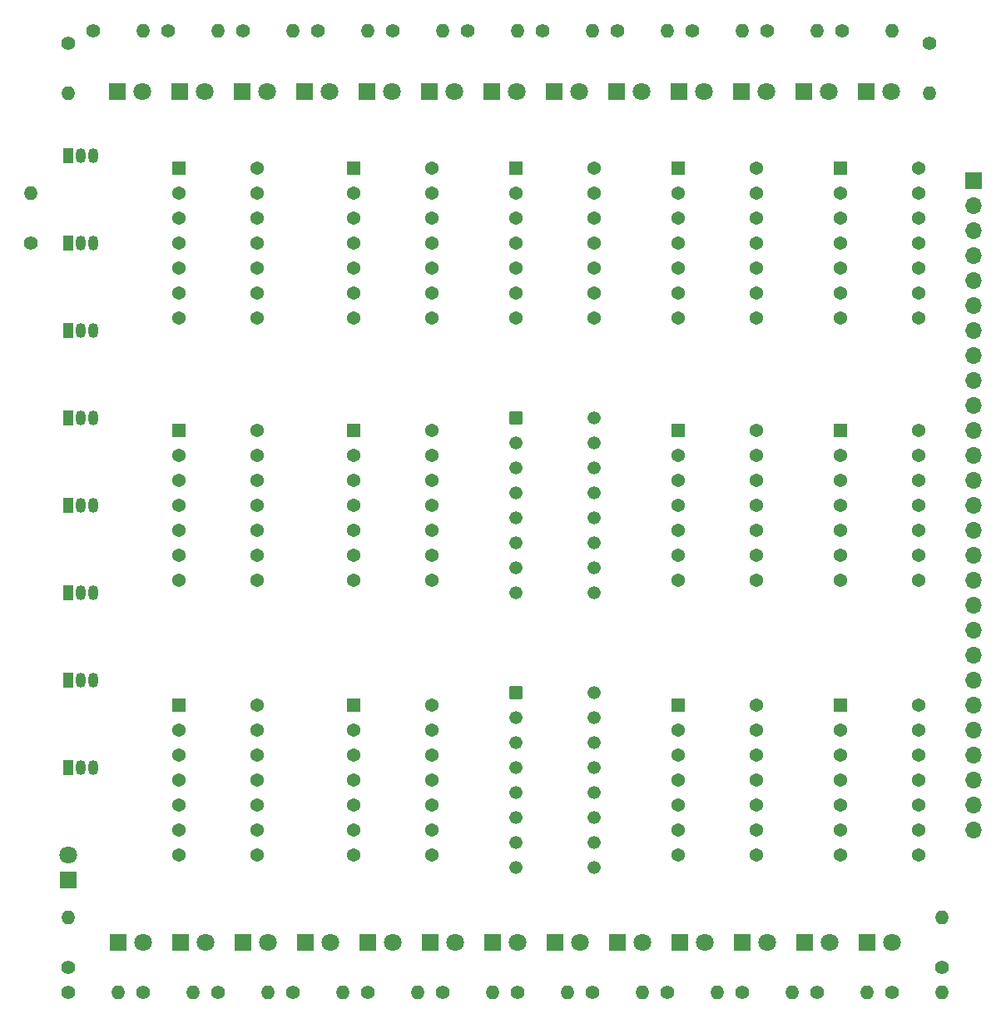
<source format=gbs>
%TF.GenerationSoftware,KiCad,Pcbnew,(6.0.9)*%
%TF.CreationDate,2025-06-05T13:51:01-04:00*%
%TF.ProjectId,ShiftRegisterPrototypeV2,53686966-7452-4656-9769-737465725072,V2*%
%TF.SameCoordinates,Original*%
%TF.FileFunction,Soldermask,Bot*%
%TF.FilePolarity,Negative*%
%FSLAX46Y46*%
G04 Gerber Fmt 4.6, Leading zero omitted, Abs format (unit mm)*
G04 Created by KiCad (PCBNEW (6.0.9)) date 2025-06-05 13:51:01*
%MOMM*%
%LPD*%
G01*
G04 APERTURE LIST*
G04 Aperture macros list*
%AMRoundRect*
0 Rectangle with rounded corners*
0 $1 Rounding radius*
0 $2 $3 $4 $5 $6 $7 $8 $9 X,Y pos of 4 corners*
0 Add a 4 corners polygon primitive as box body*
4,1,4,$2,$3,$4,$5,$6,$7,$8,$9,$2,$3,0*
0 Add four circle primitives for the rounded corners*
1,1,$1+$1,$2,$3*
1,1,$1+$1,$4,$5*
1,1,$1+$1,$6,$7*
1,1,$1+$1,$8,$9*
0 Add four rect primitives between the rounded corners*
20,1,$1+$1,$2,$3,$4,$5,0*
20,1,$1+$1,$4,$5,$6,$7,0*
20,1,$1+$1,$6,$7,$8,$9,0*
20,1,$1+$1,$8,$9,$2,$3,0*%
G04 Aperture macros list end*
%ADD10RoundRect,0.102000X-0.585000X-0.585000X0.585000X-0.585000X0.585000X0.585000X-0.585000X0.585000X0*%
%ADD11C,1.374000*%
%ADD12R,1.050000X1.500000*%
%ADD13O,1.050000X1.500000*%
%ADD14R,1.800000X1.800000*%
%ADD15C,1.800000*%
%ADD16C,1.400000*%
%ADD17O,1.400000X1.400000*%
%ADD18RoundRect,0.102000X-0.565000X-0.565000X0.565000X-0.565000X0.565000X0.565000X-0.565000X0.565000X0*%
%ADD19C,1.334000*%
%ADD20R,1.700000X1.700000*%
%ADD21O,1.700000X1.700000*%
G04 APERTURE END LIST*
D10*
%TO.C,U3*%
X157955000Y-56700000D03*
D11*
X157955000Y-59240000D03*
X157955000Y-61780000D03*
X157955000Y-64320000D03*
X157955000Y-66860000D03*
X157955000Y-69400000D03*
X157955000Y-71940000D03*
X165895000Y-71940000D03*
X165895000Y-69400000D03*
X165895000Y-66860000D03*
X165895000Y-64320000D03*
X165895000Y-61780000D03*
X165895000Y-59240000D03*
X165895000Y-56700000D03*
%TD*%
D10*
%TO.C,U12*%
X141445000Y-111310000D03*
D11*
X141445000Y-113850000D03*
X141445000Y-116390000D03*
X141445000Y-118930000D03*
X141445000Y-121470000D03*
X141445000Y-124010000D03*
X141445000Y-126550000D03*
X149385000Y-126550000D03*
X149385000Y-124010000D03*
X149385000Y-121470000D03*
X149385000Y-118930000D03*
X149385000Y-116390000D03*
X149385000Y-113850000D03*
X149385000Y-111310000D03*
%TD*%
D12*
%TO.C,Q7*%
X112395000Y-73210000D03*
D13*
X113665000Y-73210000D03*
X114935000Y-73210000D03*
%TD*%
D10*
%TO.C,U4*%
X174465000Y-56700000D03*
D11*
X174465000Y-59240000D03*
X174465000Y-61780000D03*
X174465000Y-64320000D03*
X174465000Y-66860000D03*
X174465000Y-69400000D03*
X174465000Y-71940000D03*
X182405000Y-71940000D03*
X182405000Y-69400000D03*
X182405000Y-66860000D03*
X182405000Y-64320000D03*
X182405000Y-61780000D03*
X182405000Y-59240000D03*
X182405000Y-56700000D03*
%TD*%
D12*
%TO.C,Q4*%
X112395000Y-90990000D03*
D13*
X113665000Y-90990000D03*
X114935000Y-90990000D03*
%TD*%
D14*
%TO.C,D12*%
X149108465Y-48890000D03*
D15*
X151648465Y-48890000D03*
%TD*%
D14*
%TO.C,D16*%
X161808465Y-48890000D03*
D15*
X164348465Y-48890000D03*
%TD*%
D10*
%TO.C,U7*%
X174465000Y-83370000D03*
D11*
X174465000Y-85910000D03*
X174465000Y-88450000D03*
X174465000Y-90990000D03*
X174465000Y-93530000D03*
X174465000Y-96070000D03*
X174465000Y-98610000D03*
X182405000Y-98610000D03*
X182405000Y-96070000D03*
X182405000Y-93530000D03*
X182405000Y-90990000D03*
X182405000Y-88450000D03*
X182405000Y-85910000D03*
X182405000Y-83370000D03*
%TD*%
D10*
%TO.C,U10*%
X123665000Y-83370000D03*
D11*
X123665000Y-85910000D03*
X123665000Y-88450000D03*
X123665000Y-90990000D03*
X123665000Y-93530000D03*
X123665000Y-96070000D03*
X123665000Y-98610000D03*
X131605000Y-98610000D03*
X131605000Y-96070000D03*
X131605000Y-93530000D03*
X131605000Y-90990000D03*
X131605000Y-88450000D03*
X131605000Y-85910000D03*
X131605000Y-83370000D03*
%TD*%
D16*
%TO.C,R11*%
X142875000Y-140520000D03*
D17*
X147955000Y-140520000D03*
%TD*%
D14*
%TO.C,D22*%
X180858465Y-48890000D03*
D15*
X183398465Y-48890000D03*
%TD*%
D16*
%TO.C,R10*%
X137795000Y-42730000D03*
D17*
X142875000Y-42730000D03*
%TD*%
D14*
%TO.C,D9*%
X136525000Y-135440000D03*
D15*
X139065000Y-135440000D03*
%TD*%
D16*
%TO.C,R6*%
X122555000Y-42730000D03*
D17*
X127635000Y-42730000D03*
%TD*%
D14*
%TO.C,D21*%
X174625000Y-135440000D03*
D15*
X177165000Y-135440000D03*
%TD*%
D16*
%TO.C,R5*%
X120015000Y-140520000D03*
D17*
X125095000Y-140520000D03*
%TD*%
D12*
%TO.C,Q1*%
X112395000Y-117660000D03*
D13*
X113665000Y-117660000D03*
X114935000Y-117660000D03*
%TD*%
D16*
%TO.C,R1*%
X112395000Y-137980000D03*
D17*
X112395000Y-132900000D03*
%TD*%
D14*
%TO.C,D5*%
X123825000Y-135440000D03*
D15*
X126365000Y-135440000D03*
%TD*%
D14*
%TO.C,D3*%
X117475000Y-135440000D03*
D15*
X120015000Y-135440000D03*
%TD*%
D10*
%TO.C,U1*%
X123665000Y-56700000D03*
D11*
X123665000Y-59240000D03*
X123665000Y-61780000D03*
X123665000Y-64320000D03*
X123665000Y-66860000D03*
X123665000Y-69400000D03*
X123665000Y-71940000D03*
X131605000Y-71940000D03*
X131605000Y-69400000D03*
X131605000Y-66860000D03*
X131605000Y-64320000D03*
X131605000Y-61780000D03*
X131605000Y-59240000D03*
X131605000Y-56700000D03*
%TD*%
D16*
%TO.C,R27*%
X201295000Y-137980000D03*
D17*
X201295000Y-132900000D03*
%TD*%
D16*
%TO.C,R2*%
X112395000Y-44000000D03*
D17*
X112395000Y-49080000D03*
%TD*%
D14*
%TO.C,D4*%
X123708465Y-48890000D03*
D15*
X126248465Y-48890000D03*
%TD*%
D18*
%TO.C,U8*%
X157955000Y-82100000D03*
D19*
X157955000Y-84640000D03*
X157955000Y-87180000D03*
X157955000Y-89720000D03*
X157955000Y-92260000D03*
X157955000Y-94800000D03*
X157955000Y-97340000D03*
X157955000Y-99880000D03*
X165895000Y-99880000D03*
X165895000Y-97340000D03*
X165895000Y-94800000D03*
X165895000Y-92260000D03*
X165895000Y-89720000D03*
X165895000Y-87180000D03*
X165895000Y-84640000D03*
X165895000Y-82100000D03*
%TD*%
D14*
%TO.C,D10*%
X142758465Y-48890000D03*
D15*
X145298465Y-48890000D03*
%TD*%
D10*
%TO.C,U15*%
X190975000Y-111310000D03*
D11*
X190975000Y-113850000D03*
X190975000Y-116390000D03*
X190975000Y-118930000D03*
X190975000Y-121470000D03*
X190975000Y-124010000D03*
X190975000Y-126550000D03*
X198915000Y-126550000D03*
X198915000Y-124010000D03*
X198915000Y-121470000D03*
X198915000Y-118930000D03*
X198915000Y-116390000D03*
X198915000Y-113850000D03*
X198915000Y-111310000D03*
%TD*%
D14*
%TO.C,D7*%
X130175000Y-135440000D03*
D15*
X132715000Y-135440000D03*
%TD*%
D14*
%TO.C,D26*%
X193558465Y-48890000D03*
D15*
X196098465Y-48890000D03*
%TD*%
D14*
%TO.C,D13*%
X149225000Y-135440000D03*
D15*
X151765000Y-135440000D03*
%TD*%
D16*
%TO.C,R24*%
X191135000Y-42730000D03*
D17*
X196215000Y-42730000D03*
%TD*%
D16*
%TO.C,R20*%
X175895000Y-42730000D03*
D17*
X180975000Y-42730000D03*
%TD*%
D14*
%TO.C,D8*%
X136408465Y-48890000D03*
D15*
X138948465Y-48890000D03*
%TD*%
D14*
%TO.C,D23*%
X180975000Y-135440000D03*
D15*
X183515000Y-135440000D03*
%TD*%
D14*
%TO.C,D27*%
X193675000Y-135440000D03*
D15*
X196215000Y-135440000D03*
%TD*%
D12*
%TO.C,Q8*%
X112395000Y-55430000D03*
D13*
X113665000Y-55430000D03*
X114935000Y-55430000D03*
%TD*%
D16*
%TO.C,R26*%
X200025000Y-44000000D03*
D17*
X200025000Y-49080000D03*
%TD*%
D10*
%TO.C,U11*%
X123665000Y-111310000D03*
D11*
X123665000Y-113850000D03*
X123665000Y-116390000D03*
X123665000Y-118930000D03*
X123665000Y-121470000D03*
X123665000Y-124010000D03*
X123665000Y-126550000D03*
X131605000Y-126550000D03*
X131605000Y-124010000D03*
X131605000Y-121470000D03*
X131605000Y-118930000D03*
X131605000Y-116390000D03*
X131605000Y-113850000D03*
X131605000Y-111310000D03*
%TD*%
D12*
%TO.C,Q3*%
X112395000Y-64320000D03*
D13*
X113665000Y-64320000D03*
X114935000Y-64320000D03*
%TD*%
D14*
%TO.C,D18*%
X168158465Y-48890000D03*
D15*
X170698465Y-48890000D03*
%TD*%
D16*
%TO.C,R3*%
X112395000Y-140520000D03*
D17*
X117475000Y-140520000D03*
%TD*%
D16*
%TO.C,R18*%
X168275000Y-42730000D03*
D17*
X173355000Y-42730000D03*
%TD*%
D16*
%TO.C,R16*%
X160655000Y-42730000D03*
D17*
X165735000Y-42730000D03*
%TD*%
D16*
%TO.C,R23*%
X188595000Y-140520000D03*
D17*
X193675000Y-140520000D03*
%TD*%
D10*
%TO.C,U14*%
X174465000Y-111310000D03*
D11*
X174465000Y-113850000D03*
X174465000Y-116390000D03*
X174465000Y-118930000D03*
X174465000Y-121470000D03*
X174465000Y-124010000D03*
X174465000Y-126550000D03*
X182405000Y-126550000D03*
X182405000Y-124010000D03*
X182405000Y-121470000D03*
X182405000Y-118930000D03*
X182405000Y-116390000D03*
X182405000Y-113850000D03*
X182405000Y-111310000D03*
%TD*%
D16*
%TO.C,R9*%
X135255000Y-140520000D03*
D17*
X140335000Y-140520000D03*
%TD*%
D10*
%TO.C,U9*%
X141445000Y-83370000D03*
D11*
X141445000Y-85910000D03*
X141445000Y-88450000D03*
X141445000Y-90990000D03*
X141445000Y-93530000D03*
X141445000Y-96070000D03*
X141445000Y-98610000D03*
X149385000Y-98610000D03*
X149385000Y-96070000D03*
X149385000Y-93530000D03*
X149385000Y-90990000D03*
X149385000Y-88450000D03*
X149385000Y-85910000D03*
X149385000Y-83370000D03*
%TD*%
D14*
%TO.C,D2*%
X117358465Y-48890000D03*
D15*
X119898465Y-48890000D03*
%TD*%
D16*
%TO.C,R4*%
X114935000Y-42730000D03*
D17*
X120015000Y-42730000D03*
%TD*%
D12*
%TO.C,Q2*%
X112395000Y-108770000D03*
D13*
X113665000Y-108770000D03*
X114935000Y-108770000D03*
%TD*%
D16*
%TO.C,R22*%
X183515000Y-42730000D03*
D17*
X188595000Y-42730000D03*
%TD*%
D18*
%TO.C,U13*%
X157955000Y-110040000D03*
D19*
X157955000Y-112580000D03*
X157955000Y-115120000D03*
X157955000Y-117660000D03*
X157955000Y-120200000D03*
X157955000Y-122740000D03*
X157955000Y-125280000D03*
X157955000Y-127820000D03*
X165895000Y-127820000D03*
X165895000Y-125280000D03*
X165895000Y-122740000D03*
X165895000Y-120200000D03*
X165895000Y-117660000D03*
X165895000Y-115120000D03*
X165895000Y-112580000D03*
X165895000Y-110040000D03*
%TD*%
D14*
%TO.C,D6*%
X130058465Y-48890000D03*
D15*
X132598465Y-48890000D03*
%TD*%
D16*
%TO.C,R28*%
X108585000Y-64320000D03*
D17*
X108585000Y-59240000D03*
%TD*%
D14*
%TO.C,D24*%
X187208465Y-48890000D03*
D15*
X189748465Y-48890000D03*
%TD*%
D16*
%TO.C,R7*%
X127635000Y-140520000D03*
D17*
X132715000Y-140520000D03*
%TD*%
D20*
%TO.C,J1*%
X204540000Y-57970000D03*
D21*
X204540000Y-60510000D03*
X204540000Y-63050000D03*
X204540000Y-65590000D03*
X204540000Y-68130000D03*
X204540000Y-70670000D03*
X204540000Y-73210000D03*
X204540000Y-75750000D03*
X204540000Y-78290000D03*
X204540000Y-80830000D03*
X204540000Y-83370000D03*
X204540000Y-85910000D03*
X204540000Y-88450000D03*
X204540000Y-90990000D03*
X204540000Y-93530000D03*
X204540000Y-96070000D03*
X204540000Y-98610000D03*
X204540000Y-101150000D03*
X204540000Y-103690000D03*
X204540000Y-106230000D03*
X204540000Y-108770000D03*
X204540000Y-111310000D03*
X204540000Y-113850000D03*
X204540000Y-116390000D03*
X204540000Y-118930000D03*
X204540000Y-121470000D03*
X204540000Y-124010000D03*
%TD*%
D12*
%TO.C,Q5*%
X112395000Y-99880000D03*
D13*
X113665000Y-99880000D03*
X114935000Y-99880000D03*
%TD*%
D14*
%TO.C,D14*%
X155458465Y-48890000D03*
D15*
X157998465Y-48890000D03*
%TD*%
D16*
%TO.C,R13*%
X150495000Y-140520000D03*
D17*
X155575000Y-140520000D03*
%TD*%
D16*
%TO.C,R12*%
X145415000Y-42730000D03*
D17*
X150495000Y-42730000D03*
%TD*%
D14*
%TO.C,D1*%
X112395000Y-129090000D03*
D15*
X112395000Y-126550000D03*
%TD*%
D10*
%TO.C,U2*%
X141445000Y-56700000D03*
D11*
X141445000Y-59240000D03*
X141445000Y-61780000D03*
X141445000Y-64320000D03*
X141445000Y-66860000D03*
X141445000Y-69400000D03*
X141445000Y-71940000D03*
X149385000Y-71940000D03*
X149385000Y-69400000D03*
X149385000Y-66860000D03*
X149385000Y-64320000D03*
X149385000Y-61780000D03*
X149385000Y-59240000D03*
X149385000Y-56700000D03*
%TD*%
D16*
%TO.C,R14*%
X153035000Y-42730000D03*
D17*
X158115000Y-42730000D03*
%TD*%
D10*
%TO.C,U5*%
X190975000Y-56700000D03*
D11*
X190975000Y-59240000D03*
X190975000Y-61780000D03*
X190975000Y-64320000D03*
X190975000Y-66860000D03*
X190975000Y-69400000D03*
X190975000Y-71940000D03*
X198915000Y-71940000D03*
X198915000Y-69400000D03*
X198915000Y-66860000D03*
X198915000Y-64320000D03*
X198915000Y-61780000D03*
X198915000Y-59240000D03*
X198915000Y-56700000D03*
%TD*%
D16*
%TO.C,R17*%
X165735000Y-140520000D03*
D17*
X170815000Y-140520000D03*
%TD*%
D14*
%TO.C,D25*%
X187325000Y-135440000D03*
D15*
X189865000Y-135440000D03*
%TD*%
D14*
%TO.C,D17*%
X161925000Y-135440000D03*
D15*
X164465000Y-135440000D03*
%TD*%
D16*
%TO.C,R8*%
X130175000Y-42730000D03*
D17*
X135255000Y-42730000D03*
%TD*%
D10*
%TO.C,U6*%
X190975000Y-83370000D03*
D11*
X190975000Y-85910000D03*
X190975000Y-88450000D03*
X190975000Y-90990000D03*
X190975000Y-93530000D03*
X190975000Y-96070000D03*
X190975000Y-98610000D03*
X198915000Y-98610000D03*
X198915000Y-96070000D03*
X198915000Y-93530000D03*
X198915000Y-90990000D03*
X198915000Y-88450000D03*
X198915000Y-85910000D03*
X198915000Y-83370000D03*
%TD*%
D16*
%TO.C,R19*%
X173355000Y-140520000D03*
D17*
X178435000Y-140520000D03*
%TD*%
D16*
%TO.C,R15*%
X158115000Y-140520000D03*
D17*
X163195000Y-140520000D03*
%TD*%
D14*
%TO.C,D20*%
X174508465Y-48890000D03*
D15*
X177048465Y-48890000D03*
%TD*%
D14*
%TO.C,D19*%
X168275000Y-135440000D03*
D15*
X170815000Y-135440000D03*
%TD*%
D16*
%TO.C,R25*%
X196215000Y-140520000D03*
D17*
X201295000Y-140520000D03*
%TD*%
D12*
%TO.C,Q6*%
X112395000Y-82100000D03*
D13*
X113665000Y-82100000D03*
X114935000Y-82100000D03*
%TD*%
D14*
%TO.C,D11*%
X142875000Y-135440000D03*
D15*
X145415000Y-135440000D03*
%TD*%
D14*
%TO.C,D15*%
X155575000Y-135440000D03*
D15*
X158115000Y-135440000D03*
%TD*%
D16*
%TO.C,R21*%
X180975000Y-140520000D03*
D17*
X186055000Y-140520000D03*
%TD*%
M02*

</source>
